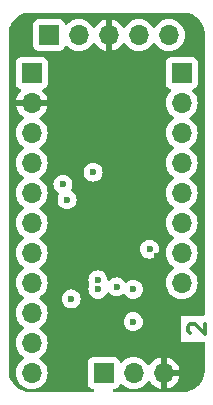
<source format=gbr>
%TF.GenerationSoftware,KiCad,Pcbnew,8.0.6*%
%TF.CreationDate,2024-11-24T13:18:03-08:00*%
%TF.ProjectId,pic32_breakout,70696333-325f-4627-9265-616b6f75742e,rev?*%
%TF.SameCoordinates,Original*%
%TF.FileFunction,Copper,L2,Inr*%
%TF.FilePolarity,Positive*%
%FSLAX46Y46*%
G04 Gerber Fmt 4.6, Leading zero omitted, Abs format (unit mm)*
G04 Created by KiCad (PCBNEW 8.0.6) date 2024-11-24 13:18:03*
%MOMM*%
%LPD*%
G01*
G04 APERTURE LIST*
%ADD10C,0.300000*%
%TA.AperFunction,NonConductor*%
%ADD11C,0.300000*%
%TD*%
%TA.AperFunction,ComponentPad*%
%ADD12O,1.700000X1.700000*%
%TD*%
%TA.AperFunction,ComponentPad*%
%ADD13R,1.700000X1.700000*%
%TD*%
%TA.AperFunction,ViaPad*%
%ADD14C,0.600000*%
%TD*%
G04 APERTURE END LIST*
D10*
D11*
X113405200Y-97021165D02*
X113338533Y-96954498D01*
X113338533Y-96954498D02*
X113271866Y-96821165D01*
X113271866Y-96821165D02*
X113271866Y-96487832D01*
X113271866Y-96487832D02*
X113338533Y-96354498D01*
X113338533Y-96354498D02*
X113405200Y-96287832D01*
X113405200Y-96287832D02*
X113538533Y-96221165D01*
X113538533Y-96221165D02*
X113671866Y-96221165D01*
X113671866Y-96221165D02*
X113871866Y-96287832D01*
X113871866Y-96287832D02*
X114671866Y-97087832D01*
X114671866Y-97087832D02*
X114671866Y-96221165D01*
D12*
%TO.N,GND*%
%TO.C,J1*%
X111180000Y-100400000D03*
%TO.N,/RXD*%
X108640000Y-100400000D03*
D13*
%TO.N,/TXD*%
X106100000Y-100400000D03*
%TD*%
D12*
%TO.N,/PGClk*%
%TO.C,J2*%
X111620000Y-71800000D03*
%TO.N,/PGData*%
X109080000Y-71800000D03*
%TO.N,GND*%
X106540000Y-71800000D03*
%TO.N,+3.3V*%
X104000000Y-71800000D03*
D13*
%TO.N,/MCLR*%
X101460000Y-71800000D03*
%TD*%
D12*
%TO.N,/17{slash}RB8*%
%TO.C,J5*%
X112700000Y-92780000D03*
%TO.N,/18{slash}RB9*%
X112700000Y-90240000D03*
%TO.N,/21{slash}RB10*%
X112700000Y-87700000D03*
%TO.N,/22{slash}RB11*%
X112700000Y-85160000D03*
%TO.N,/23{slash}AN12{slash}RB12*%
X112700000Y-82620000D03*
%TO.N,/24{slash}AN11{slash}RB13*%
X112700000Y-80080000D03*
%TO.N,/25{slash}AN10{slash}RB14*%
X112700000Y-77540000D03*
D13*
%TO.N,/26{slash}AN9{slash}RB15*%
X112700000Y-75000000D03*
%TD*%
%TO.N,+3.3V*%
%TO.C,J3*%
X100000000Y-75000000D03*
D12*
%TO.N,GND*%
X100000000Y-77540000D03*
%TO.N,/2{slash}AN0{slash}RA0*%
X100000000Y-80080000D03*
%TO.N,/3{slash}AN1{slash}RA1*%
X100000000Y-82620000D03*
%TO.N,/6{slash}AN4{slash}RB2*%
X100000000Y-85160000D03*
%TO.N,/7{slash}AN5{slash}RB3*%
X100000000Y-87700000D03*
%TO.N,/9{slash}RA2*%
X100000000Y-90240000D03*
%TO.N,/10{slash}RA3*%
X100000000Y-92780000D03*
%TO.N,/11{slash}RB4*%
X100000000Y-95320000D03*
%TO.N,/12{slash}RA4*%
X100000000Y-97860000D03*
%TO.N,/14{slash}RB5*%
X100000000Y-100400000D03*
%TD*%
D14*
%TO.N,+3.3V*%
X103343000Y-94137565D03*
%TO.N,Net-(D1-A)*%
X108610400Y-96062800D03*
X107188000Y-93116400D03*
%TO.N,Net-(U1-Vcap)*%
X105613200Y-93319600D03*
%TO.N,GND*%
X107137200Y-96012000D03*
%TO.N,+3.3V*%
X108610400Y-93319600D03*
%TO.N,GND*%
X105613200Y-96012000D03*
X104089200Y-96012000D03*
X101854000Y-89611200D03*
X107848400Y-77470000D03*
%TO.N,+3.3V*%
X105199265Y-83395735D03*
%TO.N,GND*%
X106680000Y-83312000D03*
X108077000Y-80772000D03*
X106299000Y-88138000D03*
%TO.N,/PGClk*%
X102997000Y-85725000D03*
%TO.N,/PGData*%
X102650854Y-84420147D03*
%TO.N,GND*%
X110582000Y-90511222D03*
%TO.N,Net-(U1-Vcap)*%
X109982000Y-89916000D03*
%TO.N,/14{slash}RB5*%
X105600500Y-92519500D03*
%TO.N,GND*%
X108204000Y-84455000D03*
%TD*%
%TA.AperFunction,Conductor*%
%TO.N,GND*%
G36*
X112853843Y-69898365D02*
G01*
X113076590Y-69912964D01*
X113092648Y-69915079D01*
X113278675Y-69952082D01*
X113307571Y-69957830D01*
X113323238Y-69962028D01*
X113476369Y-70014009D01*
X113530744Y-70032467D01*
X113545721Y-70038670D01*
X113736591Y-70132796D01*
X113742260Y-70135592D01*
X113756308Y-70143702D01*
X113938512Y-70265448D01*
X113951373Y-70275316D01*
X114056295Y-70367330D01*
X114116128Y-70419802D01*
X114127597Y-70431271D01*
X114193311Y-70506204D01*
X114237960Y-70557117D01*
X114272080Y-70596023D01*
X114281954Y-70608891D01*
X114403697Y-70791092D01*
X114411807Y-70805139D01*
X114508726Y-71001671D01*
X114514933Y-71016657D01*
X114585371Y-71224161D01*
X114589569Y-71239828D01*
X114632318Y-71454740D01*
X114634436Y-71470821D01*
X114649035Y-71693556D01*
X114649300Y-71701666D01*
X114649300Y-95439940D01*
X114629615Y-95506979D01*
X114576811Y-95552734D01*
X114525300Y-95563940D01*
X112614641Y-95563940D01*
X112614641Y-97743332D01*
X114525300Y-97743332D01*
X114592339Y-97763017D01*
X114638094Y-97815821D01*
X114649300Y-97867332D01*
X114649300Y-100193533D01*
X114649035Y-100201643D01*
X114634436Y-100424378D01*
X114632318Y-100440459D01*
X114589569Y-100655371D01*
X114585371Y-100671038D01*
X114514933Y-100878542D01*
X114508726Y-100893528D01*
X114411807Y-101090060D01*
X114403697Y-101104107D01*
X114281954Y-101286308D01*
X114272080Y-101299176D01*
X114127597Y-101463928D01*
X114116128Y-101475397D01*
X113951376Y-101619880D01*
X113938508Y-101629754D01*
X113756307Y-101751497D01*
X113742260Y-101759607D01*
X113545728Y-101856526D01*
X113530742Y-101862733D01*
X113323238Y-101933171D01*
X113307571Y-101937369D01*
X113092659Y-101980118D01*
X113076578Y-101982236D01*
X112853843Y-101996835D01*
X112845733Y-101997100D01*
X108720381Y-101997100D01*
X108653342Y-101977415D01*
X108641931Y-101964246D01*
X108584051Y-101994669D01*
X108559619Y-101997100D01*
X107017536Y-101997100D01*
X106950497Y-101977415D01*
X106904742Y-101924611D01*
X106894798Y-101855453D01*
X106923823Y-101791897D01*
X106982601Y-101754123D01*
X107004283Y-101749810D01*
X107057483Y-101744091D01*
X107192328Y-101693797D01*
X107192327Y-101693797D01*
X107192331Y-101693796D01*
X107307546Y-101607546D01*
X107393796Y-101492331D01*
X107442810Y-101360916D01*
X107484681Y-101304984D01*
X107550145Y-101280566D01*
X107618418Y-101295417D01*
X107646673Y-101316569D01*
X107768599Y-101438495D01*
X107865384Y-101506265D01*
X107962165Y-101574032D01*
X107962167Y-101574033D01*
X107962170Y-101574035D01*
X108176337Y-101673903D01*
X108404592Y-101735063D01*
X108570427Y-101749572D01*
X108635495Y-101775025D01*
X108641029Y-101782667D01*
X108685446Y-101754123D01*
X108709573Y-101749572D01*
X108875408Y-101735063D01*
X109103663Y-101673903D01*
X109317830Y-101574035D01*
X109511401Y-101438495D01*
X109678495Y-101271401D01*
X109808730Y-101085405D01*
X109863307Y-101041781D01*
X109932805Y-101034587D01*
X109995160Y-101066110D01*
X110011879Y-101085405D01*
X110141890Y-101271078D01*
X110308917Y-101438105D01*
X110502421Y-101573600D01*
X110716507Y-101673429D01*
X110716516Y-101673433D01*
X110930000Y-101730634D01*
X110930000Y-100833012D01*
X110987007Y-100865925D01*
X111114174Y-100900000D01*
X111245826Y-100900000D01*
X111372993Y-100865925D01*
X111430000Y-100833012D01*
X111430000Y-101730633D01*
X111643483Y-101673433D01*
X111643492Y-101673429D01*
X111857578Y-101573600D01*
X112051082Y-101438105D01*
X112218105Y-101271082D01*
X112353600Y-101077578D01*
X112453429Y-100863492D01*
X112453432Y-100863486D01*
X112510636Y-100650000D01*
X111613012Y-100650000D01*
X111645925Y-100592993D01*
X111680000Y-100465826D01*
X111680000Y-100334174D01*
X111645925Y-100207007D01*
X111613012Y-100150000D01*
X112510636Y-100150000D01*
X112510635Y-100149999D01*
X112453432Y-99936513D01*
X112453429Y-99936507D01*
X112353600Y-99722422D01*
X112353599Y-99722420D01*
X112218113Y-99528926D01*
X112218108Y-99528920D01*
X112051082Y-99361894D01*
X111857578Y-99226399D01*
X111643492Y-99126570D01*
X111643486Y-99126567D01*
X111430000Y-99069364D01*
X111430000Y-99966988D01*
X111372993Y-99934075D01*
X111245826Y-99900000D01*
X111114174Y-99900000D01*
X110987007Y-99934075D01*
X110930000Y-99966988D01*
X110930000Y-99069364D01*
X110929999Y-99069364D01*
X110716513Y-99126567D01*
X110716507Y-99126570D01*
X110502422Y-99226399D01*
X110502420Y-99226400D01*
X110308926Y-99361886D01*
X110308920Y-99361891D01*
X110141891Y-99528920D01*
X110141890Y-99528922D01*
X110011880Y-99714595D01*
X109957303Y-99758219D01*
X109887804Y-99765412D01*
X109825450Y-99733890D01*
X109808730Y-99714594D01*
X109678494Y-99528597D01*
X109511402Y-99361506D01*
X109511395Y-99361501D01*
X109317834Y-99225967D01*
X109317830Y-99225965D01*
X109317828Y-99225964D01*
X109103663Y-99126097D01*
X109103659Y-99126096D01*
X109103655Y-99126094D01*
X108875413Y-99064938D01*
X108875403Y-99064936D01*
X108640001Y-99044341D01*
X108639999Y-99044341D01*
X108404596Y-99064936D01*
X108404586Y-99064938D01*
X108176344Y-99126094D01*
X108176335Y-99126098D01*
X107962171Y-99225964D01*
X107962169Y-99225965D01*
X107768600Y-99361503D01*
X107646673Y-99483430D01*
X107585350Y-99516914D01*
X107515658Y-99511930D01*
X107459725Y-99470058D01*
X107442810Y-99439081D01*
X107393797Y-99307671D01*
X107393793Y-99307664D01*
X107307547Y-99192455D01*
X107307544Y-99192452D01*
X107192335Y-99106206D01*
X107192328Y-99106202D01*
X107057482Y-99055908D01*
X107057483Y-99055908D01*
X106997883Y-99049501D01*
X106997881Y-99049500D01*
X106997873Y-99049500D01*
X106997864Y-99049500D01*
X105202129Y-99049500D01*
X105202123Y-99049501D01*
X105142516Y-99055908D01*
X105007671Y-99106202D01*
X105007664Y-99106206D01*
X104892455Y-99192452D01*
X104892452Y-99192455D01*
X104806206Y-99307664D01*
X104806202Y-99307671D01*
X104755908Y-99442517D01*
X104749501Y-99502116D01*
X104749500Y-99502135D01*
X104749500Y-101297870D01*
X104749501Y-101297876D01*
X104755908Y-101357483D01*
X104806202Y-101492328D01*
X104806206Y-101492335D01*
X104892452Y-101607544D01*
X104892455Y-101607547D01*
X105007664Y-101693793D01*
X105007671Y-101693797D01*
X105052618Y-101710561D01*
X105142517Y-101744091D01*
X105195721Y-101749811D01*
X105260269Y-101776549D01*
X105300117Y-101833941D01*
X105302611Y-101903766D01*
X105266959Y-101963855D01*
X105204479Y-101995130D01*
X105182463Y-101997100D01*
X100080381Y-101997100D01*
X100013342Y-101977415D01*
X100001931Y-101964246D01*
X99944051Y-101994669D01*
X99919619Y-101997100D01*
X99853867Y-101997100D01*
X99845757Y-101996835D01*
X99623021Y-101982236D01*
X99606940Y-101980118D01*
X99392028Y-101937369D01*
X99376361Y-101933171D01*
X99168857Y-101862733D01*
X99153871Y-101856526D01*
X98957339Y-101759607D01*
X98943292Y-101751497D01*
X98761091Y-101629754D01*
X98748223Y-101619880D01*
X98734156Y-101607544D01*
X98602785Y-101492335D01*
X98583471Y-101475397D01*
X98572002Y-101463928D01*
X98478653Y-101357483D01*
X98427516Y-101299173D01*
X98417645Y-101286308D01*
X98413808Y-101280566D01*
X98295902Y-101104107D01*
X98287792Y-101090060D01*
X98265405Y-101044664D01*
X98190870Y-100893521D01*
X98184666Y-100878542D01*
X98114228Y-100671038D01*
X98110030Y-100655371D01*
X98072327Y-100465826D01*
X98067279Y-100440448D01*
X98065164Y-100424390D01*
X98050565Y-100201643D01*
X98050300Y-100193533D01*
X98050300Y-80079999D01*
X98644341Y-80079999D01*
X98644341Y-80080000D01*
X98664936Y-80315403D01*
X98664938Y-80315413D01*
X98726094Y-80543655D01*
X98726096Y-80543659D01*
X98726097Y-80543663D01*
X98825965Y-80757830D01*
X98825967Y-80757834D01*
X98961501Y-80951395D01*
X98961506Y-80951402D01*
X99128597Y-81118493D01*
X99128603Y-81118498D01*
X99314158Y-81248425D01*
X99357783Y-81303002D01*
X99364977Y-81372500D01*
X99333454Y-81434855D01*
X99314158Y-81451575D01*
X99128597Y-81581505D01*
X98961505Y-81748597D01*
X98825965Y-81942169D01*
X98825964Y-81942171D01*
X98726098Y-82156335D01*
X98726094Y-82156344D01*
X98664938Y-82384586D01*
X98664936Y-82384596D01*
X98644341Y-82619999D01*
X98644341Y-82620000D01*
X98664936Y-82855403D01*
X98664938Y-82855413D01*
X98726094Y-83083655D01*
X98726096Y-83083659D01*
X98726097Y-83083663D01*
X98788031Y-83216480D01*
X98825965Y-83297830D01*
X98825967Y-83297834D01*
X98961501Y-83491395D01*
X98961506Y-83491402D01*
X99128597Y-83658493D01*
X99128603Y-83658498D01*
X99314158Y-83788425D01*
X99357783Y-83843002D01*
X99364977Y-83912500D01*
X99333454Y-83974855D01*
X99314158Y-83991575D01*
X99128597Y-84121505D01*
X98961505Y-84288597D01*
X98825965Y-84482169D01*
X98825964Y-84482171D01*
X98726098Y-84696335D01*
X98726094Y-84696344D01*
X98664938Y-84924586D01*
X98664936Y-84924596D01*
X98644341Y-85159999D01*
X98644341Y-85160000D01*
X98664936Y-85395403D01*
X98664938Y-85395413D01*
X98726094Y-85623655D01*
X98726096Y-85623659D01*
X98726097Y-85623663D01*
X98773353Y-85725003D01*
X98825965Y-85837830D01*
X98825967Y-85837834D01*
X98961501Y-86031395D01*
X98961506Y-86031402D01*
X99128597Y-86198493D01*
X99128603Y-86198498D01*
X99314158Y-86328425D01*
X99357783Y-86383002D01*
X99364977Y-86452500D01*
X99333454Y-86514855D01*
X99314158Y-86531575D01*
X99128597Y-86661505D01*
X98961505Y-86828597D01*
X98825965Y-87022169D01*
X98825964Y-87022171D01*
X98726098Y-87236335D01*
X98726094Y-87236344D01*
X98664938Y-87464586D01*
X98664936Y-87464596D01*
X98644341Y-87699999D01*
X98644341Y-87700000D01*
X98664936Y-87935403D01*
X98664938Y-87935413D01*
X98726094Y-88163655D01*
X98726096Y-88163659D01*
X98726097Y-88163663D01*
X98825965Y-88377830D01*
X98825967Y-88377834D01*
X98961501Y-88571395D01*
X98961506Y-88571402D01*
X99128597Y-88738493D01*
X99128603Y-88738498D01*
X99314158Y-88868425D01*
X99357783Y-88923002D01*
X99364977Y-88992500D01*
X99333454Y-89054855D01*
X99314158Y-89071575D01*
X99128597Y-89201505D01*
X98961505Y-89368597D01*
X98825965Y-89562169D01*
X98825964Y-89562171D01*
X98726098Y-89776335D01*
X98726094Y-89776344D01*
X98664938Y-90004586D01*
X98664936Y-90004596D01*
X98644341Y-90239999D01*
X98644341Y-90240000D01*
X98664936Y-90475403D01*
X98664938Y-90475413D01*
X98726094Y-90703655D01*
X98726096Y-90703659D01*
X98726097Y-90703663D01*
X98734445Y-90721565D01*
X98825965Y-90917830D01*
X98825967Y-90917834D01*
X98961501Y-91111395D01*
X98961506Y-91111402D01*
X99128597Y-91278493D01*
X99128603Y-91278498D01*
X99314158Y-91408425D01*
X99357783Y-91463002D01*
X99364977Y-91532500D01*
X99333454Y-91594855D01*
X99314158Y-91611575D01*
X99128597Y-91741505D01*
X98961505Y-91908597D01*
X98825965Y-92102169D01*
X98825964Y-92102171D01*
X98726098Y-92316335D01*
X98726094Y-92316344D01*
X98664938Y-92544586D01*
X98664936Y-92544596D01*
X98644341Y-92779999D01*
X98644341Y-92780000D01*
X98664936Y-93015403D01*
X98664938Y-93015413D01*
X98726094Y-93243655D01*
X98726096Y-93243659D01*
X98726097Y-93243663D01*
X98804490Y-93411776D01*
X98825965Y-93457830D01*
X98825967Y-93457834D01*
X98961501Y-93651395D01*
X98961506Y-93651402D01*
X99128597Y-93818493D01*
X99128603Y-93818498D01*
X99314158Y-93948425D01*
X99357783Y-94003002D01*
X99364977Y-94072500D01*
X99333454Y-94134855D01*
X99314158Y-94151575D01*
X99128597Y-94281505D01*
X98961505Y-94448597D01*
X98825965Y-94642169D01*
X98825964Y-94642171D01*
X98726098Y-94856335D01*
X98726094Y-94856344D01*
X98664938Y-95084586D01*
X98664936Y-95084596D01*
X98644341Y-95319999D01*
X98644341Y-95320000D01*
X98664936Y-95555403D01*
X98664938Y-95555413D01*
X98726094Y-95783655D01*
X98726096Y-95783659D01*
X98726097Y-95783663D01*
X98772673Y-95883545D01*
X98825965Y-95997830D01*
X98825967Y-95997834D01*
X98961501Y-96191395D01*
X98961506Y-96191402D01*
X99128597Y-96358493D01*
X99128603Y-96358498D01*
X99314158Y-96488425D01*
X99357783Y-96543002D01*
X99364977Y-96612500D01*
X99333454Y-96674855D01*
X99314158Y-96691575D01*
X99128597Y-96821505D01*
X98961505Y-96988597D01*
X98825965Y-97182169D01*
X98825964Y-97182171D01*
X98726098Y-97396335D01*
X98726094Y-97396344D01*
X98664938Y-97624586D01*
X98664936Y-97624596D01*
X98644341Y-97859999D01*
X98644341Y-97860000D01*
X98664936Y-98095403D01*
X98664938Y-98095413D01*
X98726094Y-98323655D01*
X98726096Y-98323659D01*
X98726097Y-98323663D01*
X98825965Y-98537830D01*
X98825967Y-98537834D01*
X98961501Y-98731395D01*
X98961506Y-98731402D01*
X99128597Y-98898493D01*
X99128603Y-98898498D01*
X99314158Y-99028425D01*
X99357783Y-99083002D01*
X99364977Y-99152500D01*
X99333454Y-99214855D01*
X99314158Y-99231575D01*
X99128597Y-99361505D01*
X98961505Y-99528597D01*
X98825965Y-99722169D01*
X98825964Y-99722171D01*
X98726098Y-99936335D01*
X98726094Y-99936344D01*
X98664938Y-100164586D01*
X98664936Y-100164596D01*
X98644341Y-100399999D01*
X98644341Y-100400000D01*
X98664936Y-100635403D01*
X98664938Y-100635413D01*
X98726094Y-100863655D01*
X98726096Y-100863659D01*
X98726097Y-100863663D01*
X98809155Y-101041781D01*
X98825965Y-101077830D01*
X98825967Y-101077834D01*
X98844364Y-101104107D01*
X98961505Y-101271401D01*
X99128599Y-101438495D01*
X99225384Y-101506265D01*
X99322165Y-101574032D01*
X99322167Y-101574033D01*
X99322170Y-101574035D01*
X99536337Y-101673903D01*
X99764592Y-101735063D01*
X99930427Y-101749572D01*
X99995495Y-101775025D01*
X100001029Y-101782667D01*
X100045446Y-101754123D01*
X100069573Y-101749572D01*
X100235408Y-101735063D01*
X100463663Y-101673903D01*
X100677830Y-101574035D01*
X100871401Y-101438495D01*
X101038495Y-101271401D01*
X101174035Y-101077830D01*
X101273903Y-100863663D01*
X101335063Y-100635408D01*
X101355659Y-100400000D01*
X101335063Y-100164592D01*
X101273903Y-99936337D01*
X101174035Y-99722171D01*
X101168731Y-99714595D01*
X101038494Y-99528597D01*
X100871402Y-99361506D01*
X100871396Y-99361501D01*
X100685842Y-99231575D01*
X100642217Y-99176998D01*
X100635023Y-99107500D01*
X100666546Y-99045145D01*
X100685842Y-99028425D01*
X100708026Y-99012891D01*
X100871401Y-98898495D01*
X101038495Y-98731401D01*
X101174035Y-98537830D01*
X101273903Y-98323663D01*
X101335063Y-98095408D01*
X101355659Y-97860000D01*
X101335063Y-97624592D01*
X101273903Y-97396337D01*
X101174035Y-97182171D01*
X101038495Y-96988599D01*
X101038494Y-96988597D01*
X100871402Y-96821506D01*
X100871396Y-96821501D01*
X100685842Y-96691575D01*
X100642217Y-96636998D01*
X100635023Y-96567500D01*
X100666546Y-96505145D01*
X100685842Y-96488425D01*
X100708026Y-96472891D01*
X100871401Y-96358495D01*
X101038495Y-96191401D01*
X101128545Y-96062796D01*
X107804835Y-96062796D01*
X107804835Y-96062803D01*
X107825030Y-96242049D01*
X107825031Y-96242054D01*
X107884611Y-96412323D01*
X107966723Y-96543002D01*
X107980584Y-96565062D01*
X108108138Y-96692616D01*
X108260878Y-96788589D01*
X108431145Y-96848168D01*
X108431150Y-96848169D01*
X108610396Y-96868365D01*
X108610400Y-96868365D01*
X108610404Y-96868365D01*
X108789649Y-96848169D01*
X108789652Y-96848168D01*
X108789655Y-96848168D01*
X108959922Y-96788589D01*
X109112662Y-96692616D01*
X109240216Y-96565062D01*
X109336189Y-96412322D01*
X109395768Y-96242055D01*
X109401475Y-96191402D01*
X109415965Y-96062803D01*
X109415965Y-96062796D01*
X109395769Y-95883550D01*
X109395768Y-95883545D01*
X109336188Y-95713276D01*
X109296982Y-95650880D01*
X109240216Y-95560538D01*
X109112662Y-95432984D01*
X108959923Y-95337011D01*
X108789654Y-95277431D01*
X108789649Y-95277430D01*
X108610404Y-95257235D01*
X108610396Y-95257235D01*
X108431150Y-95277430D01*
X108431145Y-95277431D01*
X108260876Y-95337011D01*
X108108137Y-95432984D01*
X107980584Y-95560537D01*
X107884611Y-95713276D01*
X107825031Y-95883545D01*
X107825030Y-95883550D01*
X107804835Y-96062796D01*
X101128545Y-96062796D01*
X101174035Y-95997830D01*
X101273903Y-95783663D01*
X101335063Y-95555408D01*
X101355659Y-95320000D01*
X101335063Y-95084592D01*
X101273903Y-94856337D01*
X101174035Y-94642171D01*
X101065446Y-94487088D01*
X101038494Y-94448597D01*
X100871402Y-94281506D01*
X100871396Y-94281501D01*
X100685842Y-94151575D01*
X100674640Y-94137561D01*
X102537435Y-94137561D01*
X102537435Y-94137568D01*
X102557630Y-94316814D01*
X102557631Y-94316819D01*
X102617211Y-94487088D01*
X102713184Y-94639827D01*
X102840738Y-94767381D01*
X102931080Y-94824147D01*
X102982321Y-94856344D01*
X102993478Y-94863354D01*
X103163745Y-94922933D01*
X103163750Y-94922934D01*
X103342996Y-94943130D01*
X103343000Y-94943130D01*
X103343004Y-94943130D01*
X103522249Y-94922934D01*
X103522252Y-94922933D01*
X103522255Y-94922933D01*
X103692522Y-94863354D01*
X103845262Y-94767381D01*
X103972816Y-94639827D01*
X104068789Y-94487087D01*
X104128368Y-94316820D01*
X104132347Y-94281505D01*
X104148565Y-94137568D01*
X104148565Y-94137561D01*
X104128369Y-93958315D01*
X104128368Y-93958310D01*
X104125256Y-93949416D01*
X104068789Y-93788043D01*
X103972816Y-93635303D01*
X103845262Y-93507749D01*
X103765823Y-93457834D01*
X103692523Y-93411776D01*
X103522254Y-93352196D01*
X103522249Y-93352195D01*
X103343004Y-93332000D01*
X103342996Y-93332000D01*
X103163750Y-93352195D01*
X103163745Y-93352196D01*
X102993476Y-93411776D01*
X102840737Y-93507749D01*
X102713184Y-93635302D01*
X102617211Y-93788041D01*
X102557631Y-93958310D01*
X102557630Y-93958315D01*
X102537435Y-94137561D01*
X100674640Y-94137561D01*
X100642217Y-94096998D01*
X100635023Y-94027500D01*
X100666546Y-93965145D01*
X100685842Y-93948425D01*
X100723631Y-93921965D01*
X100871401Y-93818495D01*
X101038495Y-93651401D01*
X101174035Y-93457830D01*
X101273903Y-93243663D01*
X101335063Y-93015408D01*
X101355659Y-92780000D01*
X101335063Y-92544592D01*
X101328339Y-92519496D01*
X104794935Y-92519496D01*
X104794935Y-92519503D01*
X104815130Y-92698749D01*
X104815133Y-92698762D01*
X104874710Y-92869021D01*
X104877731Y-92875294D01*
X104876197Y-92876032D01*
X104892809Y-92934831D01*
X104885858Y-92974514D01*
X104827832Y-93140342D01*
X104827830Y-93140350D01*
X104807635Y-93319596D01*
X104807635Y-93319603D01*
X104827830Y-93498849D01*
X104827831Y-93498854D01*
X104887411Y-93669123D01*
X104935852Y-93746216D01*
X104983384Y-93821862D01*
X105110938Y-93949416D01*
X105263678Y-94045389D01*
X105341157Y-94072500D01*
X105433945Y-94104968D01*
X105433950Y-94104969D01*
X105613196Y-94125165D01*
X105613200Y-94125165D01*
X105613204Y-94125165D01*
X105792449Y-94104969D01*
X105792452Y-94104968D01*
X105792455Y-94104968D01*
X105962722Y-94045389D01*
X106115462Y-93949416D01*
X106243016Y-93821862D01*
X106338989Y-93669122D01*
X106339364Y-93668049D01*
X106344006Y-93654786D01*
X106384726Y-93598009D01*
X106449679Y-93572260D01*
X106518240Y-93585715D01*
X106552826Y-93614171D01*
X106553260Y-93613738D01*
X106557713Y-93618191D01*
X106557990Y-93618419D01*
X106558183Y-93618661D01*
X106558184Y-93618662D01*
X106685738Y-93746216D01*
X106838478Y-93842189D01*
X107008745Y-93901768D01*
X107008750Y-93901769D01*
X107187996Y-93921965D01*
X107188000Y-93921965D01*
X107188004Y-93921965D01*
X107367249Y-93901769D01*
X107367252Y-93901768D01*
X107367255Y-93901768D01*
X107537522Y-93842189D01*
X107690262Y-93746216D01*
X107729416Y-93707062D01*
X107790739Y-93673577D01*
X107860431Y-93678561D01*
X107916364Y-93720433D01*
X107922090Y-93728770D01*
X107980584Y-93821862D01*
X108108138Y-93949416D01*
X108260878Y-94045389D01*
X108338357Y-94072500D01*
X108431145Y-94104968D01*
X108431150Y-94104969D01*
X108610396Y-94125165D01*
X108610400Y-94125165D01*
X108610404Y-94125165D01*
X108789649Y-94104969D01*
X108789652Y-94104968D01*
X108789655Y-94104968D01*
X108959922Y-94045389D01*
X109112662Y-93949416D01*
X109240216Y-93821862D01*
X109336189Y-93669122D01*
X109395768Y-93498855D01*
X109400390Y-93457834D01*
X109415965Y-93319603D01*
X109415965Y-93319596D01*
X109395769Y-93140350D01*
X109395768Y-93140345D01*
X109352052Y-93015413D01*
X109336189Y-92970078D01*
X109240216Y-92817338D01*
X109112662Y-92689784D01*
X108959923Y-92593811D01*
X108789654Y-92534231D01*
X108789649Y-92534230D01*
X108610404Y-92514035D01*
X108610396Y-92514035D01*
X108431150Y-92534230D01*
X108431145Y-92534231D01*
X108260876Y-92593811D01*
X108108137Y-92689784D01*
X108068983Y-92728938D01*
X108007660Y-92762423D01*
X107937968Y-92757437D01*
X107882035Y-92715565D01*
X107876310Y-92707229D01*
X107817817Y-92614139D01*
X107690262Y-92486584D01*
X107537523Y-92390611D01*
X107367254Y-92331031D01*
X107367249Y-92331030D01*
X107188004Y-92310835D01*
X107187996Y-92310835D01*
X107008750Y-92331030D01*
X107008745Y-92331031D01*
X106838476Y-92390611D01*
X106685739Y-92486583D01*
X106613124Y-92559198D01*
X106551800Y-92592682D01*
X106482109Y-92587697D01*
X106426175Y-92545826D01*
X106402223Y-92485399D01*
X106385869Y-92340250D01*
X106385868Y-92340245D01*
X106377502Y-92316337D01*
X106326289Y-92169978D01*
X106230316Y-92017238D01*
X106102762Y-91889684D01*
X105950023Y-91793711D01*
X105779754Y-91734131D01*
X105779749Y-91734130D01*
X105600504Y-91713935D01*
X105600496Y-91713935D01*
X105421250Y-91734130D01*
X105421245Y-91734131D01*
X105250976Y-91793711D01*
X105098237Y-91889684D01*
X104970684Y-92017237D01*
X104874711Y-92169976D01*
X104815131Y-92340245D01*
X104815130Y-92340250D01*
X104794935Y-92519496D01*
X101328339Y-92519496D01*
X101280309Y-92340245D01*
X101273905Y-92316344D01*
X101273904Y-92316343D01*
X101273903Y-92316337D01*
X101174035Y-92102171D01*
X101038495Y-91908599D01*
X101038494Y-91908597D01*
X100871402Y-91741506D01*
X100871396Y-91741501D01*
X100685842Y-91611575D01*
X100642217Y-91556998D01*
X100635023Y-91487500D01*
X100666546Y-91425145D01*
X100685842Y-91408425D01*
X100708026Y-91392891D01*
X100871401Y-91278495D01*
X101038495Y-91111401D01*
X101174035Y-90917830D01*
X101273903Y-90703663D01*
X101335063Y-90475408D01*
X101355659Y-90240000D01*
X101335063Y-90004592D01*
X101311324Y-89915996D01*
X109176435Y-89915996D01*
X109176435Y-89916003D01*
X109196630Y-90095249D01*
X109196631Y-90095254D01*
X109256211Y-90265523D01*
X109352184Y-90418262D01*
X109479738Y-90545816D01*
X109632478Y-90641789D01*
X109802745Y-90701368D01*
X109802750Y-90701369D01*
X109981996Y-90721565D01*
X109982000Y-90721565D01*
X109982004Y-90721565D01*
X110161249Y-90701369D01*
X110161252Y-90701368D01*
X110161255Y-90701368D01*
X110331522Y-90641789D01*
X110484262Y-90545816D01*
X110611816Y-90418262D01*
X110707789Y-90265522D01*
X110767368Y-90095255D01*
X110777583Y-90004596D01*
X110787565Y-89916003D01*
X110787565Y-89915996D01*
X110767369Y-89736750D01*
X110767368Y-89736745D01*
X110707788Y-89566476D01*
X110611815Y-89413737D01*
X110484262Y-89286184D01*
X110331523Y-89190211D01*
X110161254Y-89130631D01*
X110161249Y-89130630D01*
X109982004Y-89110435D01*
X109981996Y-89110435D01*
X109802750Y-89130630D01*
X109802745Y-89130631D01*
X109632476Y-89190211D01*
X109479737Y-89286184D01*
X109352184Y-89413737D01*
X109256211Y-89566476D01*
X109196631Y-89736745D01*
X109196630Y-89736750D01*
X109176435Y-89915996D01*
X101311324Y-89915996D01*
X101273903Y-89776337D01*
X101174035Y-89562171D01*
X101038495Y-89368599D01*
X101038494Y-89368597D01*
X100871402Y-89201506D01*
X100871396Y-89201501D01*
X100685842Y-89071575D01*
X100642217Y-89016998D01*
X100635023Y-88947500D01*
X100666546Y-88885145D01*
X100685842Y-88868425D01*
X100708026Y-88852891D01*
X100871401Y-88738495D01*
X101038495Y-88571401D01*
X101174035Y-88377830D01*
X101273903Y-88163663D01*
X101335063Y-87935408D01*
X101355659Y-87700000D01*
X101335063Y-87464592D01*
X101273903Y-87236337D01*
X101174035Y-87022171D01*
X101038495Y-86828599D01*
X101038494Y-86828597D01*
X100871402Y-86661506D01*
X100871396Y-86661501D01*
X100685842Y-86531575D01*
X100642217Y-86476998D01*
X100635023Y-86407500D01*
X100666546Y-86345145D01*
X100685842Y-86328425D01*
X100708026Y-86312891D01*
X100871401Y-86198495D01*
X101038495Y-86031401D01*
X101174035Y-85837830D01*
X101273903Y-85623663D01*
X101335063Y-85395408D01*
X101355659Y-85160000D01*
X101335063Y-84924592D01*
X101273903Y-84696337D01*
X101174035Y-84482171D01*
X101130603Y-84420143D01*
X101845289Y-84420143D01*
X101845289Y-84420150D01*
X101865484Y-84599396D01*
X101865485Y-84599401D01*
X101925065Y-84769670D01*
X101971024Y-84842812D01*
X102021038Y-84922409D01*
X102148592Y-85049963D01*
X102278149Y-85131369D01*
X102324439Y-85183703D01*
X102335087Y-85252756D01*
X102317170Y-85302334D01*
X102271211Y-85375476D01*
X102211631Y-85545745D01*
X102211630Y-85545750D01*
X102191435Y-85724996D01*
X102191435Y-85725003D01*
X102211630Y-85904249D01*
X102211631Y-85904254D01*
X102271211Y-86074523D01*
X102349107Y-86198493D01*
X102367184Y-86227262D01*
X102494738Y-86354816D01*
X102539596Y-86383002D01*
X102614392Y-86430000D01*
X102647478Y-86450789D01*
X102722379Y-86476998D01*
X102817745Y-86510368D01*
X102817750Y-86510369D01*
X102996996Y-86530565D01*
X102997000Y-86530565D01*
X102997004Y-86530565D01*
X103176249Y-86510369D01*
X103176252Y-86510368D01*
X103176255Y-86510368D01*
X103346522Y-86450789D01*
X103499262Y-86354816D01*
X103626816Y-86227262D01*
X103722789Y-86074522D01*
X103782368Y-85904255D01*
X103789852Y-85837834D01*
X103802565Y-85725003D01*
X103802565Y-85724996D01*
X103782369Y-85545750D01*
X103782368Y-85545745D01*
X103722789Y-85375478D01*
X103626816Y-85222738D01*
X103499262Y-85095184D01*
X103499256Y-85095179D01*
X103369706Y-85013777D01*
X103323415Y-84961443D01*
X103312767Y-84892389D01*
X103330685Y-84842812D01*
X103376641Y-84769673D01*
X103376642Y-84769670D01*
X103376643Y-84769669D01*
X103436222Y-84599402D01*
X103456419Y-84420147D01*
X103441597Y-84288599D01*
X103436223Y-84240897D01*
X103436222Y-84240892D01*
X103394447Y-84121506D01*
X103376643Y-84070625D01*
X103348320Y-84025550D01*
X103337436Y-84008227D01*
X103280670Y-83917885D01*
X103153116Y-83790331D01*
X103081383Y-83745258D01*
X103000377Y-83694358D01*
X102830108Y-83634778D01*
X102830103Y-83634777D01*
X102650858Y-83614582D01*
X102650850Y-83614582D01*
X102471604Y-83634777D01*
X102471599Y-83634778D01*
X102301330Y-83694358D01*
X102148591Y-83790331D01*
X102021038Y-83917884D01*
X101925065Y-84070623D01*
X101865485Y-84240892D01*
X101865484Y-84240897D01*
X101845289Y-84420143D01*
X101130603Y-84420143D01*
X101038495Y-84288599D01*
X101038494Y-84288597D01*
X100871402Y-84121506D01*
X100871396Y-84121501D01*
X100685842Y-83991575D01*
X100642217Y-83936998D01*
X100635023Y-83867500D01*
X100666546Y-83805145D01*
X100685842Y-83788425D01*
X100820183Y-83694358D01*
X100871401Y-83658495D01*
X101038495Y-83491401D01*
X101105484Y-83395731D01*
X104393700Y-83395731D01*
X104393700Y-83395738D01*
X104413895Y-83574984D01*
X104413896Y-83574989D01*
X104473476Y-83745258D01*
X104504125Y-83794035D01*
X104569449Y-83897997D01*
X104697003Y-84025551D01*
X104768735Y-84070623D01*
X104849712Y-84121505D01*
X104849743Y-84121524D01*
X105020010Y-84181103D01*
X105020015Y-84181104D01*
X105199261Y-84201300D01*
X105199265Y-84201300D01*
X105199269Y-84201300D01*
X105378514Y-84181104D01*
X105378517Y-84181103D01*
X105378520Y-84181103D01*
X105548787Y-84121524D01*
X105701527Y-84025551D01*
X105829081Y-83897997D01*
X105925054Y-83745257D01*
X105984633Y-83574990D01*
X106004830Y-83395735D01*
X105993799Y-83297834D01*
X105984634Y-83216485D01*
X105984633Y-83216480D01*
X105925054Y-83046213D01*
X105829081Y-82893473D01*
X105701527Y-82765919D01*
X105548788Y-82669946D01*
X105378519Y-82610366D01*
X105378514Y-82610365D01*
X105199269Y-82590170D01*
X105199261Y-82590170D01*
X105020015Y-82610365D01*
X105020010Y-82610366D01*
X104849741Y-82669946D01*
X104697002Y-82765919D01*
X104569449Y-82893472D01*
X104473476Y-83046211D01*
X104413896Y-83216480D01*
X104413895Y-83216485D01*
X104393700Y-83395731D01*
X101105484Y-83395731D01*
X101174035Y-83297830D01*
X101273903Y-83083663D01*
X101335063Y-82855408D01*
X101355659Y-82620000D01*
X101335063Y-82384592D01*
X101273903Y-82156337D01*
X101174035Y-81942171D01*
X101038495Y-81748599D01*
X101038494Y-81748597D01*
X100871402Y-81581506D01*
X100871396Y-81581501D01*
X100685842Y-81451575D01*
X100642217Y-81396998D01*
X100635023Y-81327500D01*
X100666546Y-81265145D01*
X100685842Y-81248425D01*
X100708026Y-81232891D01*
X100871401Y-81118495D01*
X101038495Y-80951401D01*
X101174035Y-80757830D01*
X101273903Y-80543663D01*
X101335063Y-80315408D01*
X101355659Y-80080000D01*
X101335063Y-79844592D01*
X101273903Y-79616337D01*
X101174035Y-79402171D01*
X101038495Y-79208599D01*
X101038494Y-79208597D01*
X100871402Y-79041506D01*
X100871401Y-79041505D01*
X100685405Y-78911269D01*
X100641781Y-78856692D01*
X100634588Y-78787193D01*
X100666110Y-78724839D01*
X100685405Y-78708119D01*
X100871082Y-78578105D01*
X101038105Y-78411082D01*
X101173600Y-78217578D01*
X101273429Y-78003492D01*
X101273432Y-78003486D01*
X101330636Y-77790000D01*
X100433012Y-77790000D01*
X100465925Y-77732993D01*
X100500000Y-77605826D01*
X100500000Y-77539999D01*
X111344341Y-77539999D01*
X111344341Y-77540000D01*
X111364936Y-77775403D01*
X111364938Y-77775413D01*
X111426094Y-78003655D01*
X111426096Y-78003659D01*
X111426097Y-78003663D01*
X111525847Y-78217578D01*
X111525965Y-78217830D01*
X111525967Y-78217834D01*
X111661501Y-78411395D01*
X111661506Y-78411402D01*
X111828597Y-78578493D01*
X111828603Y-78578498D01*
X112014158Y-78708425D01*
X112057783Y-78763002D01*
X112064977Y-78832500D01*
X112033454Y-78894855D01*
X112014158Y-78911575D01*
X111828597Y-79041505D01*
X111661505Y-79208597D01*
X111525965Y-79402169D01*
X111525964Y-79402171D01*
X111426098Y-79616335D01*
X111426094Y-79616344D01*
X111364938Y-79844586D01*
X111364936Y-79844596D01*
X111344341Y-80079999D01*
X111344341Y-80080000D01*
X111364936Y-80315403D01*
X111364938Y-80315413D01*
X111426094Y-80543655D01*
X111426096Y-80543659D01*
X111426097Y-80543663D01*
X111525965Y-80757830D01*
X111525967Y-80757834D01*
X111661501Y-80951395D01*
X111661506Y-80951402D01*
X111828597Y-81118493D01*
X111828603Y-81118498D01*
X112014158Y-81248425D01*
X112057783Y-81303002D01*
X112064977Y-81372500D01*
X112033454Y-81434855D01*
X112014158Y-81451575D01*
X111828597Y-81581505D01*
X111661505Y-81748597D01*
X111525965Y-81942169D01*
X111525964Y-81942171D01*
X111426098Y-82156335D01*
X111426094Y-82156344D01*
X111364938Y-82384586D01*
X111364936Y-82384596D01*
X111344341Y-82619999D01*
X111344341Y-82620000D01*
X111364936Y-82855403D01*
X111364938Y-82855413D01*
X111426094Y-83083655D01*
X111426096Y-83083659D01*
X111426097Y-83083663D01*
X111488031Y-83216480D01*
X111525965Y-83297830D01*
X111525967Y-83297834D01*
X111661501Y-83491395D01*
X111661506Y-83491402D01*
X111828597Y-83658493D01*
X111828603Y-83658498D01*
X112014158Y-83788425D01*
X112057783Y-83843002D01*
X112064977Y-83912500D01*
X112033454Y-83974855D01*
X112014158Y-83991575D01*
X111828597Y-84121505D01*
X111661505Y-84288597D01*
X111525965Y-84482169D01*
X111525964Y-84482171D01*
X111426098Y-84696335D01*
X111426094Y-84696344D01*
X111364938Y-84924586D01*
X111364936Y-84924596D01*
X111344341Y-85159999D01*
X111344341Y-85160000D01*
X111364936Y-85395403D01*
X111364938Y-85395413D01*
X111426094Y-85623655D01*
X111426096Y-85623659D01*
X111426097Y-85623663D01*
X111473353Y-85725003D01*
X111525965Y-85837830D01*
X111525967Y-85837834D01*
X111661501Y-86031395D01*
X111661506Y-86031402D01*
X111828597Y-86198493D01*
X111828603Y-86198498D01*
X112014158Y-86328425D01*
X112057783Y-86383002D01*
X112064977Y-86452500D01*
X112033454Y-86514855D01*
X112014158Y-86531575D01*
X111828597Y-86661505D01*
X111661505Y-86828597D01*
X111525965Y-87022169D01*
X111525964Y-87022171D01*
X111426098Y-87236335D01*
X111426094Y-87236344D01*
X111364938Y-87464586D01*
X111364936Y-87464596D01*
X111344341Y-87699999D01*
X111344341Y-87700000D01*
X111364936Y-87935403D01*
X111364938Y-87935413D01*
X111426094Y-88163655D01*
X111426096Y-88163659D01*
X111426097Y-88163663D01*
X111525965Y-88377830D01*
X111525967Y-88377834D01*
X111661501Y-88571395D01*
X111661506Y-88571402D01*
X111828597Y-88738493D01*
X111828603Y-88738498D01*
X112014158Y-88868425D01*
X112057783Y-88923002D01*
X112064977Y-88992500D01*
X112033454Y-89054855D01*
X112014158Y-89071575D01*
X111828597Y-89201505D01*
X111661505Y-89368597D01*
X111525965Y-89562169D01*
X111525964Y-89562171D01*
X111426098Y-89776335D01*
X111426094Y-89776344D01*
X111364938Y-90004586D01*
X111364936Y-90004596D01*
X111344341Y-90239999D01*
X111344341Y-90240000D01*
X111364936Y-90475403D01*
X111364938Y-90475413D01*
X111426094Y-90703655D01*
X111426096Y-90703659D01*
X111426097Y-90703663D01*
X111434445Y-90721565D01*
X111525965Y-90917830D01*
X111525967Y-90917834D01*
X111661501Y-91111395D01*
X111661506Y-91111402D01*
X111828597Y-91278493D01*
X111828603Y-91278498D01*
X112014158Y-91408425D01*
X112057783Y-91463002D01*
X112064977Y-91532500D01*
X112033454Y-91594855D01*
X112014158Y-91611575D01*
X111828597Y-91741505D01*
X111661505Y-91908597D01*
X111525965Y-92102169D01*
X111525964Y-92102171D01*
X111426098Y-92316335D01*
X111426094Y-92316344D01*
X111364938Y-92544586D01*
X111364936Y-92544596D01*
X111344341Y-92779999D01*
X111344341Y-92780000D01*
X111364936Y-93015403D01*
X111364938Y-93015413D01*
X111426094Y-93243655D01*
X111426096Y-93243659D01*
X111426097Y-93243663D01*
X111504490Y-93411776D01*
X111525965Y-93457830D01*
X111525967Y-93457834D01*
X111606090Y-93572260D01*
X111661505Y-93651401D01*
X111828599Y-93818495D01*
X111862438Y-93842189D01*
X112022165Y-93954032D01*
X112022167Y-93954033D01*
X112022170Y-93954035D01*
X112236337Y-94053903D01*
X112464592Y-94115063D01*
X112652918Y-94131539D01*
X112699999Y-94135659D01*
X112700000Y-94135659D01*
X112700001Y-94135659D01*
X112739234Y-94132226D01*
X112935408Y-94115063D01*
X113163663Y-94053903D01*
X113377830Y-93954035D01*
X113571401Y-93818495D01*
X113738495Y-93651401D01*
X113874035Y-93457830D01*
X113973903Y-93243663D01*
X114035063Y-93015408D01*
X114055659Y-92780000D01*
X114035063Y-92544592D01*
X113980309Y-92340245D01*
X113973905Y-92316344D01*
X113973904Y-92316343D01*
X113973903Y-92316337D01*
X113874035Y-92102171D01*
X113738495Y-91908599D01*
X113738494Y-91908597D01*
X113571402Y-91741506D01*
X113571396Y-91741501D01*
X113385842Y-91611575D01*
X113342217Y-91556998D01*
X113335023Y-91487500D01*
X113366546Y-91425145D01*
X113385842Y-91408425D01*
X113408026Y-91392891D01*
X113571401Y-91278495D01*
X113738495Y-91111401D01*
X113874035Y-90917830D01*
X113973903Y-90703663D01*
X114035063Y-90475408D01*
X114055659Y-90240000D01*
X114035063Y-90004592D01*
X113973903Y-89776337D01*
X113874035Y-89562171D01*
X113738495Y-89368599D01*
X113738494Y-89368597D01*
X113571402Y-89201506D01*
X113571396Y-89201501D01*
X113385842Y-89071575D01*
X113342217Y-89016998D01*
X113335023Y-88947500D01*
X113366546Y-88885145D01*
X113385842Y-88868425D01*
X113408026Y-88852891D01*
X113571401Y-88738495D01*
X113738495Y-88571401D01*
X113874035Y-88377830D01*
X113973903Y-88163663D01*
X114035063Y-87935408D01*
X114055659Y-87700000D01*
X114035063Y-87464592D01*
X113973903Y-87236337D01*
X113874035Y-87022171D01*
X113738495Y-86828599D01*
X113738494Y-86828597D01*
X113571402Y-86661506D01*
X113571396Y-86661501D01*
X113385842Y-86531575D01*
X113342217Y-86476998D01*
X113335023Y-86407500D01*
X113366546Y-86345145D01*
X113385842Y-86328425D01*
X113408026Y-86312891D01*
X113571401Y-86198495D01*
X113738495Y-86031401D01*
X113874035Y-85837830D01*
X113973903Y-85623663D01*
X114035063Y-85395408D01*
X114055659Y-85160000D01*
X114035063Y-84924592D01*
X113973903Y-84696337D01*
X113874035Y-84482171D01*
X113738495Y-84288599D01*
X113738494Y-84288597D01*
X113571402Y-84121506D01*
X113571396Y-84121501D01*
X113385842Y-83991575D01*
X113342217Y-83936998D01*
X113335023Y-83867500D01*
X113366546Y-83805145D01*
X113385842Y-83788425D01*
X113520183Y-83694358D01*
X113571401Y-83658495D01*
X113738495Y-83491401D01*
X113874035Y-83297830D01*
X113973903Y-83083663D01*
X114035063Y-82855408D01*
X114055659Y-82620000D01*
X114035063Y-82384592D01*
X113973903Y-82156337D01*
X113874035Y-81942171D01*
X113738495Y-81748599D01*
X113738494Y-81748597D01*
X113571402Y-81581506D01*
X113571396Y-81581501D01*
X113385842Y-81451575D01*
X113342217Y-81396998D01*
X113335023Y-81327500D01*
X113366546Y-81265145D01*
X113385842Y-81248425D01*
X113408026Y-81232891D01*
X113571401Y-81118495D01*
X113738495Y-80951401D01*
X113874035Y-80757830D01*
X113973903Y-80543663D01*
X114035063Y-80315408D01*
X114055659Y-80080000D01*
X114035063Y-79844592D01*
X113973903Y-79616337D01*
X113874035Y-79402171D01*
X113738495Y-79208599D01*
X113738494Y-79208597D01*
X113571402Y-79041506D01*
X113571396Y-79041501D01*
X113385842Y-78911575D01*
X113342217Y-78856998D01*
X113335023Y-78787500D01*
X113366546Y-78725145D01*
X113385842Y-78708425D01*
X113408026Y-78692891D01*
X113571401Y-78578495D01*
X113738495Y-78411401D01*
X113874035Y-78217830D01*
X113973903Y-78003663D01*
X114035063Y-77775408D01*
X114055659Y-77540000D01*
X114035063Y-77304592D01*
X113973903Y-77076337D01*
X113874035Y-76862171D01*
X113738495Y-76668599D01*
X113616567Y-76546671D01*
X113583084Y-76485351D01*
X113588068Y-76415659D01*
X113629939Y-76359725D01*
X113660915Y-76342810D01*
X113792331Y-76293796D01*
X113907546Y-76207546D01*
X113993796Y-76092331D01*
X114044091Y-75957483D01*
X114050500Y-75897873D01*
X114050499Y-74102128D01*
X114044091Y-74042517D01*
X113993796Y-73907669D01*
X113993795Y-73907668D01*
X113993793Y-73907664D01*
X113907547Y-73792455D01*
X113907544Y-73792452D01*
X113792335Y-73706206D01*
X113792328Y-73706202D01*
X113657482Y-73655908D01*
X113657483Y-73655908D01*
X113597883Y-73649501D01*
X113597881Y-73649500D01*
X113597873Y-73649500D01*
X113597864Y-73649500D01*
X111802129Y-73649500D01*
X111802123Y-73649501D01*
X111742516Y-73655908D01*
X111607671Y-73706202D01*
X111607664Y-73706206D01*
X111492455Y-73792452D01*
X111492452Y-73792455D01*
X111406206Y-73907664D01*
X111406202Y-73907671D01*
X111355908Y-74042517D01*
X111349501Y-74102116D01*
X111349501Y-74102123D01*
X111349500Y-74102135D01*
X111349500Y-75897870D01*
X111349501Y-75897876D01*
X111355908Y-75957483D01*
X111406202Y-76092328D01*
X111406206Y-76092335D01*
X111492452Y-76207544D01*
X111492455Y-76207547D01*
X111607664Y-76293793D01*
X111607671Y-76293797D01*
X111739081Y-76342810D01*
X111795015Y-76384681D01*
X111819432Y-76450145D01*
X111804580Y-76518418D01*
X111783430Y-76546673D01*
X111661503Y-76668600D01*
X111525965Y-76862169D01*
X111525964Y-76862171D01*
X111426098Y-77076335D01*
X111426094Y-77076344D01*
X111364938Y-77304586D01*
X111364936Y-77304596D01*
X111344341Y-77539999D01*
X100500000Y-77539999D01*
X100500000Y-77474174D01*
X100465925Y-77347007D01*
X100433012Y-77290000D01*
X101330636Y-77290000D01*
X101330635Y-77289999D01*
X101273432Y-77076513D01*
X101273429Y-77076507D01*
X101173600Y-76862422D01*
X101173599Y-76862420D01*
X101038113Y-76668926D01*
X101038108Y-76668920D01*
X100916053Y-76546865D01*
X100882568Y-76485542D01*
X100887552Y-76415850D01*
X100929424Y-76359917D01*
X100960400Y-76343002D01*
X101092331Y-76293796D01*
X101207546Y-76207546D01*
X101293796Y-76092331D01*
X101344091Y-75957483D01*
X101350500Y-75897873D01*
X101350499Y-74102128D01*
X101344091Y-74042517D01*
X101293796Y-73907669D01*
X101293795Y-73907668D01*
X101293793Y-73907664D01*
X101207547Y-73792455D01*
X101207544Y-73792452D01*
X101092335Y-73706206D01*
X101092328Y-73706202D01*
X100957482Y-73655908D01*
X100957483Y-73655908D01*
X100897883Y-73649501D01*
X100897881Y-73649500D01*
X100897873Y-73649500D01*
X100897864Y-73649500D01*
X99102129Y-73649500D01*
X99102123Y-73649501D01*
X99042516Y-73655908D01*
X98907671Y-73706202D01*
X98907664Y-73706206D01*
X98792455Y-73792452D01*
X98792452Y-73792455D01*
X98706206Y-73907664D01*
X98706202Y-73907671D01*
X98655908Y-74042517D01*
X98649501Y-74102116D01*
X98649501Y-74102123D01*
X98649500Y-74102135D01*
X98649500Y-75897870D01*
X98649501Y-75897876D01*
X98655908Y-75957483D01*
X98706202Y-76092328D01*
X98706206Y-76092335D01*
X98792452Y-76207544D01*
X98792455Y-76207547D01*
X98907664Y-76293793D01*
X98907671Y-76293797D01*
X98907674Y-76293798D01*
X99039598Y-76343002D01*
X99095531Y-76384873D01*
X99119949Y-76450337D01*
X99105098Y-76518610D01*
X99083947Y-76546865D01*
X98961886Y-76668926D01*
X98826400Y-76862420D01*
X98826399Y-76862422D01*
X98726570Y-77076507D01*
X98726567Y-77076513D01*
X98669364Y-77289999D01*
X98669364Y-77290000D01*
X99566988Y-77290000D01*
X99534075Y-77347007D01*
X99500000Y-77474174D01*
X99500000Y-77605826D01*
X99534075Y-77732993D01*
X99566988Y-77790000D01*
X98669364Y-77790000D01*
X98726567Y-78003486D01*
X98726570Y-78003492D01*
X98826399Y-78217578D01*
X98961894Y-78411082D01*
X99128917Y-78578105D01*
X99314595Y-78708119D01*
X99358219Y-78762696D01*
X99365412Y-78832195D01*
X99333890Y-78894549D01*
X99314595Y-78911269D01*
X99128594Y-79041508D01*
X98961505Y-79208597D01*
X98825965Y-79402169D01*
X98825964Y-79402171D01*
X98726098Y-79616335D01*
X98726094Y-79616344D01*
X98664938Y-79844586D01*
X98664936Y-79844596D01*
X98644341Y-80079999D01*
X98050300Y-80079999D01*
X98050300Y-71701666D01*
X98050565Y-71693556D01*
X98052914Y-71657718D01*
X98065164Y-71470807D01*
X98067279Y-71454753D01*
X98110030Y-71239826D01*
X98114228Y-71224161D01*
X98176149Y-71041748D01*
X98184668Y-71016649D01*
X98190867Y-71001683D01*
X98239959Y-70902135D01*
X100109500Y-70902135D01*
X100109500Y-72697870D01*
X100109501Y-72697876D01*
X100115908Y-72757483D01*
X100166202Y-72892328D01*
X100166206Y-72892335D01*
X100252452Y-73007544D01*
X100252455Y-73007547D01*
X100367664Y-73093793D01*
X100367671Y-73093797D01*
X100502517Y-73144091D01*
X100502516Y-73144091D01*
X100509444Y-73144835D01*
X100562127Y-73150500D01*
X102357872Y-73150499D01*
X102417483Y-73144091D01*
X102552331Y-73093796D01*
X102667546Y-73007546D01*
X102753796Y-72892331D01*
X102802810Y-72760916D01*
X102844681Y-72704984D01*
X102910145Y-72680566D01*
X102978418Y-72695417D01*
X103006673Y-72716569D01*
X103128599Y-72838495D01*
X103225384Y-72906265D01*
X103322165Y-72974032D01*
X103322167Y-72974033D01*
X103322170Y-72974035D01*
X103536337Y-73073903D01*
X103764592Y-73135063D01*
X103941034Y-73150500D01*
X103999999Y-73155659D01*
X104000000Y-73155659D01*
X104000001Y-73155659D01*
X104058966Y-73150500D01*
X104235408Y-73135063D01*
X104463663Y-73073903D01*
X104677830Y-72974035D01*
X104871401Y-72838495D01*
X105038495Y-72671401D01*
X105168730Y-72485405D01*
X105223307Y-72441781D01*
X105292805Y-72434587D01*
X105355160Y-72466110D01*
X105371879Y-72485405D01*
X105501890Y-72671078D01*
X105668917Y-72838105D01*
X105862421Y-72973600D01*
X106076507Y-73073429D01*
X106076516Y-73073433D01*
X106290000Y-73130634D01*
X106290000Y-72233012D01*
X106347007Y-72265925D01*
X106474174Y-72300000D01*
X106605826Y-72300000D01*
X106732993Y-72265925D01*
X106790000Y-72233012D01*
X106790000Y-73130633D01*
X107003483Y-73073433D01*
X107003492Y-73073429D01*
X107217578Y-72973600D01*
X107411082Y-72838105D01*
X107578105Y-72671082D01*
X107708119Y-72485405D01*
X107762696Y-72441781D01*
X107832195Y-72434588D01*
X107894549Y-72466110D01*
X107911269Y-72485405D01*
X108041505Y-72671401D01*
X108208599Y-72838495D01*
X108305384Y-72906265D01*
X108402165Y-72974032D01*
X108402167Y-72974033D01*
X108402170Y-72974035D01*
X108616337Y-73073903D01*
X108844592Y-73135063D01*
X109021034Y-73150500D01*
X109079999Y-73155659D01*
X109080000Y-73155659D01*
X109080001Y-73155659D01*
X109138966Y-73150500D01*
X109315408Y-73135063D01*
X109543663Y-73073903D01*
X109757830Y-72974035D01*
X109951401Y-72838495D01*
X110118495Y-72671401D01*
X110248425Y-72485842D01*
X110303002Y-72442217D01*
X110372500Y-72435023D01*
X110434855Y-72466546D01*
X110451575Y-72485842D01*
X110581500Y-72671395D01*
X110581505Y-72671401D01*
X110748599Y-72838495D01*
X110845384Y-72906265D01*
X110942165Y-72974032D01*
X110942167Y-72974033D01*
X110942170Y-72974035D01*
X111156337Y-73073903D01*
X111384592Y-73135063D01*
X111561034Y-73150500D01*
X111619999Y-73155659D01*
X111620000Y-73155659D01*
X111620001Y-73155659D01*
X111678966Y-73150500D01*
X111855408Y-73135063D01*
X112083663Y-73073903D01*
X112297830Y-72974035D01*
X112491401Y-72838495D01*
X112658495Y-72671401D01*
X112794035Y-72477830D01*
X112893903Y-72263663D01*
X112955063Y-72035408D01*
X112975659Y-71800000D01*
X112955063Y-71564592D01*
X112893903Y-71336337D01*
X112794035Y-71122171D01*
X112788731Y-71114595D01*
X112658494Y-70928597D01*
X112491402Y-70761506D01*
X112491395Y-70761501D01*
X112297834Y-70625967D01*
X112297830Y-70625965D01*
X112233619Y-70596023D01*
X112083663Y-70526097D01*
X112083659Y-70526096D01*
X112083655Y-70526094D01*
X111855413Y-70464938D01*
X111855403Y-70464936D01*
X111620001Y-70444341D01*
X111619999Y-70444341D01*
X111384596Y-70464936D01*
X111384586Y-70464938D01*
X111156344Y-70526094D01*
X111156335Y-70526098D01*
X110942171Y-70625964D01*
X110942169Y-70625965D01*
X110748597Y-70761505D01*
X110581505Y-70928597D01*
X110451575Y-71114158D01*
X110396998Y-71157783D01*
X110327500Y-71164977D01*
X110265145Y-71133454D01*
X110248425Y-71114158D01*
X110118494Y-70928597D01*
X109951402Y-70761506D01*
X109951395Y-70761501D01*
X109757834Y-70625967D01*
X109757830Y-70625965D01*
X109693619Y-70596023D01*
X109543663Y-70526097D01*
X109543659Y-70526096D01*
X109543655Y-70526094D01*
X109315413Y-70464938D01*
X109315403Y-70464936D01*
X109080001Y-70444341D01*
X109079999Y-70444341D01*
X108844596Y-70464936D01*
X108844586Y-70464938D01*
X108616344Y-70526094D01*
X108616335Y-70526098D01*
X108402171Y-70625964D01*
X108402169Y-70625965D01*
X108208597Y-70761505D01*
X108041508Y-70928594D01*
X107911269Y-71114595D01*
X107856692Y-71158219D01*
X107787193Y-71165412D01*
X107724839Y-71133890D01*
X107708119Y-71114594D01*
X107578113Y-70928926D01*
X107578108Y-70928920D01*
X107411082Y-70761894D01*
X107217578Y-70626399D01*
X107003492Y-70526570D01*
X107003486Y-70526567D01*
X106790000Y-70469364D01*
X106790000Y-71366988D01*
X106732993Y-71334075D01*
X106605826Y-71300000D01*
X106474174Y-71300000D01*
X106347007Y-71334075D01*
X106290000Y-71366988D01*
X106290000Y-70469364D01*
X106289999Y-70469364D01*
X106076513Y-70526567D01*
X106076507Y-70526570D01*
X105862422Y-70626399D01*
X105862420Y-70626400D01*
X105668926Y-70761886D01*
X105668920Y-70761891D01*
X105501891Y-70928920D01*
X105501890Y-70928922D01*
X105371880Y-71114595D01*
X105317303Y-71158219D01*
X105247804Y-71165412D01*
X105185450Y-71133890D01*
X105168730Y-71114594D01*
X105038494Y-70928597D01*
X104871402Y-70761506D01*
X104871395Y-70761501D01*
X104677834Y-70625967D01*
X104677830Y-70625965D01*
X104613619Y-70596023D01*
X104463663Y-70526097D01*
X104463659Y-70526096D01*
X104463655Y-70526094D01*
X104235413Y-70464938D01*
X104235403Y-70464936D01*
X104000001Y-70444341D01*
X103999999Y-70444341D01*
X103764596Y-70464936D01*
X103764586Y-70464938D01*
X103536344Y-70526094D01*
X103536335Y-70526098D01*
X103322171Y-70625964D01*
X103322169Y-70625965D01*
X103128600Y-70761503D01*
X103006673Y-70883430D01*
X102945350Y-70916914D01*
X102875658Y-70911930D01*
X102819725Y-70870058D01*
X102802810Y-70839081D01*
X102753797Y-70707671D01*
X102753793Y-70707664D01*
X102667547Y-70592455D01*
X102667544Y-70592452D01*
X102552335Y-70506206D01*
X102552328Y-70506202D01*
X102417482Y-70455908D01*
X102417483Y-70455908D01*
X102357883Y-70449501D01*
X102357881Y-70449500D01*
X102357873Y-70449500D01*
X102357864Y-70449500D01*
X100562129Y-70449500D01*
X100562123Y-70449501D01*
X100502516Y-70455908D01*
X100367671Y-70506202D01*
X100367664Y-70506206D01*
X100252455Y-70592452D01*
X100252452Y-70592455D01*
X100166206Y-70707664D01*
X100166202Y-70707671D01*
X100115908Y-70842517D01*
X100109501Y-70902116D01*
X100109500Y-70902135D01*
X98239959Y-70902135D01*
X98287795Y-70805133D01*
X98295898Y-70791098D01*
X98417653Y-70608879D01*
X98427510Y-70596033D01*
X98572007Y-70431265D01*
X98583465Y-70419807D01*
X98748233Y-70275310D01*
X98761079Y-70265453D01*
X98943298Y-70143698D01*
X98957333Y-70135595D01*
X99153883Y-70038667D01*
X99168849Y-70032468D01*
X99375745Y-69962237D01*
X99376361Y-69962028D01*
X99392028Y-69957830D01*
X99606953Y-69915079D01*
X99623009Y-69912964D01*
X99827858Y-69899538D01*
X99845758Y-69898365D01*
X99853867Y-69898100D01*
X99889682Y-69898100D01*
X112809918Y-69898100D01*
X112845733Y-69898100D01*
X112853843Y-69898365D01*
G37*
%TD.AperFunction*%
%TD*%
M02*

</source>
